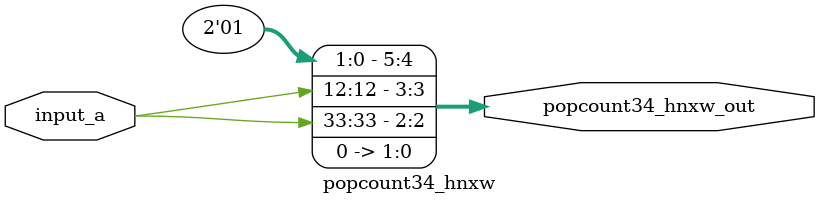
<source format=v>

module popcount34_hnxw(input [33:0] input_a, output [5:0] popcount34_hnxw_out);
  wire popcount34_hnxw_core_037;
  wire popcount34_hnxw_core_038;
  wire popcount34_hnxw_core_040;
  wire popcount34_hnxw_core_041;
  wire popcount34_hnxw_core_042;
  wire popcount34_hnxw_core_043;
  wire popcount34_hnxw_core_044;
  wire popcount34_hnxw_core_048;
  wire popcount34_hnxw_core_049;
  wire popcount34_hnxw_core_050;
  wire popcount34_hnxw_core_052;
  wire popcount34_hnxw_core_053;
  wire popcount34_hnxw_core_054;
  wire popcount34_hnxw_core_056;
  wire popcount34_hnxw_core_057;
  wire popcount34_hnxw_core_059;
  wire popcount34_hnxw_core_060;
  wire popcount34_hnxw_core_061;
  wire popcount34_hnxw_core_062;
  wire popcount34_hnxw_core_063;
  wire popcount34_hnxw_core_064;
  wire popcount34_hnxw_core_065;
  wire popcount34_hnxw_core_066;
  wire popcount34_hnxw_core_067;
  wire popcount34_hnxw_core_068;
  wire popcount34_hnxw_core_069;
  wire popcount34_hnxw_core_070;
  wire popcount34_hnxw_core_072;
  wire popcount34_hnxw_core_073;
  wire popcount34_hnxw_core_076;
  wire popcount34_hnxw_core_079;
  wire popcount34_hnxw_core_080;
  wire popcount34_hnxw_core_082;
  wire popcount34_hnxw_core_083;
  wire popcount34_hnxw_core_084;
  wire popcount34_hnxw_core_086_not;
  wire popcount34_hnxw_core_087;
  wire popcount34_hnxw_core_088_not;
  wire popcount34_hnxw_core_089;
  wire popcount34_hnxw_core_090;
  wire popcount34_hnxw_core_092;
  wire popcount34_hnxw_core_093;
  wire popcount34_hnxw_core_094;
  wire popcount34_hnxw_core_095;
  wire popcount34_hnxw_core_097;
  wire popcount34_hnxw_core_098;
  wire popcount34_hnxw_core_099;
  wire popcount34_hnxw_core_100;
  wire popcount34_hnxw_core_101;
  wire popcount34_hnxw_core_102;
  wire popcount34_hnxw_core_105;
  wire popcount34_hnxw_core_107;
  wire popcount34_hnxw_core_109;
  wire popcount34_hnxw_core_113;
  wire popcount34_hnxw_core_114;
  wire popcount34_hnxw_core_116;
  wire popcount34_hnxw_core_117;
  wire popcount34_hnxw_core_118;
  wire popcount34_hnxw_core_119;
  wire popcount34_hnxw_core_121;
  wire popcount34_hnxw_core_124;
  wire popcount34_hnxw_core_125;
  wire popcount34_hnxw_core_126;
  wire popcount34_hnxw_core_128;
  wire popcount34_hnxw_core_130;
  wire popcount34_hnxw_core_131;
  wire popcount34_hnxw_core_134;
  wire popcount34_hnxw_core_136;
  wire popcount34_hnxw_core_137;
  wire popcount34_hnxw_core_138;
  wire popcount34_hnxw_core_139;
  wire popcount34_hnxw_core_142;
  wire popcount34_hnxw_core_144;
  wire popcount34_hnxw_core_145;
  wire popcount34_hnxw_core_149;
  wire popcount34_hnxw_core_150;
  wire popcount34_hnxw_core_153;
  wire popcount34_hnxw_core_156;
  wire popcount34_hnxw_core_157;
  wire popcount34_hnxw_core_158;
  wire popcount34_hnxw_core_159;
  wire popcount34_hnxw_core_160;
  wire popcount34_hnxw_core_164;
  wire popcount34_hnxw_core_167;
  wire popcount34_hnxw_core_169_not;
  wire popcount34_hnxw_core_170;
  wire popcount34_hnxw_core_171;
  wire popcount34_hnxw_core_172;
  wire popcount34_hnxw_core_173;
  wire popcount34_hnxw_core_175;
  wire popcount34_hnxw_core_176;
  wire popcount34_hnxw_core_177;
  wire popcount34_hnxw_core_178;
  wire popcount34_hnxw_core_179;
  wire popcount34_hnxw_core_180;
  wire popcount34_hnxw_core_181;
  wire popcount34_hnxw_core_183;
  wire popcount34_hnxw_core_184;
  wire popcount34_hnxw_core_185;
  wire popcount34_hnxw_core_188;
  wire popcount34_hnxw_core_189;
  wire popcount34_hnxw_core_190;
  wire popcount34_hnxw_core_191;
  wire popcount34_hnxw_core_192;
  wire popcount34_hnxw_core_193;
  wire popcount34_hnxw_core_194;
  wire popcount34_hnxw_core_196;
  wire popcount34_hnxw_core_197;
  wire popcount34_hnxw_core_202;
  wire popcount34_hnxw_core_203;
  wire popcount34_hnxw_core_204_not;
  wire popcount34_hnxw_core_205;
  wire popcount34_hnxw_core_207;
  wire popcount34_hnxw_core_208;
  wire popcount34_hnxw_core_209;
  wire popcount34_hnxw_core_212;
  wire popcount34_hnxw_core_213;
  wire popcount34_hnxw_core_214;
  wire popcount34_hnxw_core_216;
  wire popcount34_hnxw_core_217;
  wire popcount34_hnxw_core_219;
  wire popcount34_hnxw_core_221;
  wire popcount34_hnxw_core_222;
  wire popcount34_hnxw_core_224;
  wire popcount34_hnxw_core_225;
  wire popcount34_hnxw_core_226;
  wire popcount34_hnxw_core_228;
  wire popcount34_hnxw_core_229;
  wire popcount34_hnxw_core_230;
  wire popcount34_hnxw_core_231;
  wire popcount34_hnxw_core_232;
  wire popcount34_hnxw_core_234;
  wire popcount34_hnxw_core_237;
  wire popcount34_hnxw_core_238;
  wire popcount34_hnxw_core_239;
  wire popcount34_hnxw_core_244;
  wire popcount34_hnxw_core_246;
  wire popcount34_hnxw_core_247;
  wire popcount34_hnxw_core_248;
  wire popcount34_hnxw_core_249;
  wire popcount34_hnxw_core_250;

  assign popcount34_hnxw_core_037 = ~input_a[1];
  assign popcount34_hnxw_core_038 = input_a[11] | input_a[26];
  assign popcount34_hnxw_core_040 = ~(input_a[1] | input_a[9]);
  assign popcount34_hnxw_core_041 = input_a[8] | input_a[29];
  assign popcount34_hnxw_core_042 = ~(input_a[25] | input_a[5]);
  assign popcount34_hnxw_core_043 = input_a[23] ^ input_a[6];
  assign popcount34_hnxw_core_044 = input_a[4] ^ input_a[20];
  assign popcount34_hnxw_core_048 = ~input_a[1];
  assign popcount34_hnxw_core_049 = ~input_a[31];
  assign popcount34_hnxw_core_050 = ~(input_a[8] | input_a[13]);
  assign popcount34_hnxw_core_052 = ~input_a[27];
  assign popcount34_hnxw_core_053 = input_a[25] & input_a[28];
  assign popcount34_hnxw_core_054 = input_a[28] & input_a[10];
  assign popcount34_hnxw_core_056 = ~(input_a[27] | input_a[18]);
  assign popcount34_hnxw_core_057 = ~(input_a[20] & input_a[9]);
  assign popcount34_hnxw_core_059 = ~input_a[33];
  assign popcount34_hnxw_core_060 = ~(input_a[19] | input_a[30]);
  assign popcount34_hnxw_core_061 = ~input_a[3];
  assign popcount34_hnxw_core_062 = input_a[25] & input_a[32];
  assign popcount34_hnxw_core_063 = ~(input_a[28] ^ input_a[17]);
  assign popcount34_hnxw_core_064 = input_a[7] ^ input_a[16];
  assign popcount34_hnxw_core_065 = input_a[26] | input_a[30];
  assign popcount34_hnxw_core_066 = ~(input_a[22] | input_a[28]);
  assign popcount34_hnxw_core_067 = input_a[9] ^ input_a[2];
  assign popcount34_hnxw_core_068 = input_a[32] ^ input_a[6];
  assign popcount34_hnxw_core_069 = input_a[28] ^ input_a[19];
  assign popcount34_hnxw_core_070 = ~input_a[4];
  assign popcount34_hnxw_core_072 = ~(input_a[9] ^ input_a[31]);
  assign popcount34_hnxw_core_073 = input_a[22] ^ input_a[9];
  assign popcount34_hnxw_core_076 = input_a[32] & input_a[23];
  assign popcount34_hnxw_core_079 = ~(input_a[6] & input_a[14]);
  assign popcount34_hnxw_core_080 = input_a[30] | input_a[27];
  assign popcount34_hnxw_core_082 = input_a[0] & input_a[32];
  assign popcount34_hnxw_core_083 = ~(input_a[20] ^ input_a[20]);
  assign popcount34_hnxw_core_084 = input_a[32] ^ input_a[24];
  assign popcount34_hnxw_core_086_not = ~input_a[27];
  assign popcount34_hnxw_core_087 = ~(input_a[4] | input_a[6]);
  assign popcount34_hnxw_core_088_not = ~input_a[22];
  assign popcount34_hnxw_core_089 = ~(input_a[0] & input_a[26]);
  assign popcount34_hnxw_core_090 = ~(input_a[9] | input_a[24]);
  assign popcount34_hnxw_core_092 = ~(input_a[27] | input_a[17]);
  assign popcount34_hnxw_core_093 = input_a[21] | input_a[9];
  assign popcount34_hnxw_core_094 = ~(input_a[33] & input_a[25]);
  assign popcount34_hnxw_core_095 = input_a[32] & input_a[17];
  assign popcount34_hnxw_core_097 = input_a[21] ^ input_a[33];
  assign popcount34_hnxw_core_098 = ~input_a[20];
  assign popcount34_hnxw_core_099 = input_a[19] ^ input_a[12];
  assign popcount34_hnxw_core_100 = ~(input_a[27] & input_a[30]);
  assign popcount34_hnxw_core_101 = ~input_a[33];
  assign popcount34_hnxw_core_102 = input_a[23] & input_a[13];
  assign popcount34_hnxw_core_105 = input_a[25] | input_a[27];
  assign popcount34_hnxw_core_107 = input_a[16] | input_a[27];
  assign popcount34_hnxw_core_109 = ~(input_a[17] ^ input_a[22]);
  assign popcount34_hnxw_core_113 = ~(input_a[14] & input_a[5]);
  assign popcount34_hnxw_core_114 = ~input_a[20];
  assign popcount34_hnxw_core_116 = ~(input_a[19] & input_a[22]);
  assign popcount34_hnxw_core_117 = ~(input_a[23] & input_a[26]);
  assign popcount34_hnxw_core_118 = ~(input_a[8] | input_a[18]);
  assign popcount34_hnxw_core_119 = ~(input_a[24] | input_a[29]);
  assign popcount34_hnxw_core_121 = ~(input_a[2] | input_a[11]);
  assign popcount34_hnxw_core_124 = input_a[8] | input_a[28];
  assign popcount34_hnxw_core_125 = ~(input_a[16] ^ input_a[11]);
  assign popcount34_hnxw_core_126 = ~(input_a[26] & input_a[29]);
  assign popcount34_hnxw_core_128 = ~(input_a[24] ^ input_a[2]);
  assign popcount34_hnxw_core_130 = ~(input_a[1] & input_a[20]);
  assign popcount34_hnxw_core_131 = ~(input_a[5] | input_a[14]);
  assign popcount34_hnxw_core_134 = ~(input_a[1] ^ input_a[18]);
  assign popcount34_hnxw_core_136 = input_a[9] ^ input_a[21];
  assign popcount34_hnxw_core_137 = ~(input_a[5] & input_a[4]);
  assign popcount34_hnxw_core_138 = ~(input_a[12] | input_a[25]);
  assign popcount34_hnxw_core_139 = input_a[32] | input_a[0];
  assign popcount34_hnxw_core_142 = ~(input_a[4] ^ input_a[26]);
  assign popcount34_hnxw_core_144 = ~input_a[11];
  assign popcount34_hnxw_core_145 = ~input_a[13];
  assign popcount34_hnxw_core_149 = ~(input_a[32] ^ input_a[3]);
  assign popcount34_hnxw_core_150 = ~input_a[21];
  assign popcount34_hnxw_core_153 = input_a[11] | input_a[13];
  assign popcount34_hnxw_core_156 = ~(input_a[27] & input_a[23]);
  assign popcount34_hnxw_core_157 = ~input_a[16];
  assign popcount34_hnxw_core_158 = input_a[19] ^ input_a[4];
  assign popcount34_hnxw_core_159 = ~input_a[21];
  assign popcount34_hnxw_core_160 = ~input_a[19];
  assign popcount34_hnxw_core_164 = input_a[31] ^ input_a[3];
  assign popcount34_hnxw_core_167 = ~(input_a[20] | input_a[22]);
  assign popcount34_hnxw_core_169_not = ~input_a[3];
  assign popcount34_hnxw_core_170 = ~input_a[30];
  assign popcount34_hnxw_core_171 = ~(input_a[24] | input_a[32]);
  assign popcount34_hnxw_core_172 = input_a[18] | input_a[10];
  assign popcount34_hnxw_core_173 = ~(input_a[0] | input_a[8]);
  assign popcount34_hnxw_core_175 = ~input_a[26];
  assign popcount34_hnxw_core_176 = ~input_a[27];
  assign popcount34_hnxw_core_177 = ~(input_a[33] ^ input_a[18]);
  assign popcount34_hnxw_core_178 = input_a[11] | input_a[32];
  assign popcount34_hnxw_core_179 = ~(input_a[29] & input_a[12]);
  assign popcount34_hnxw_core_180 = ~(input_a[5] & input_a[22]);
  assign popcount34_hnxw_core_181 = input_a[11] & input_a[32];
  assign popcount34_hnxw_core_183 = ~(input_a[1] | input_a[3]);
  assign popcount34_hnxw_core_184 = ~(input_a[28] & input_a[15]);
  assign popcount34_hnxw_core_185 = ~(input_a[22] ^ input_a[30]);
  assign popcount34_hnxw_core_188 = ~input_a[24];
  assign popcount34_hnxw_core_189 = ~input_a[23];
  assign popcount34_hnxw_core_190 = ~(input_a[5] & input_a[0]);
  assign popcount34_hnxw_core_191 = ~(input_a[1] & input_a[28]);
  assign popcount34_hnxw_core_192 = ~input_a[33];
  assign popcount34_hnxw_core_193 = ~(input_a[8] ^ input_a[15]);
  assign popcount34_hnxw_core_194 = input_a[6] & input_a[9];
  assign popcount34_hnxw_core_196 = input_a[8] & input_a[20];
  assign popcount34_hnxw_core_197 = ~(input_a[17] ^ input_a[7]);
  assign popcount34_hnxw_core_202 = input_a[0] | input_a[9];
  assign popcount34_hnxw_core_203 = input_a[25] ^ input_a[22];
  assign popcount34_hnxw_core_204_not = ~input_a[1];
  assign popcount34_hnxw_core_205 = ~(input_a[20] | input_a[7]);
  assign popcount34_hnxw_core_207 = input_a[4] & input_a[28];
  assign popcount34_hnxw_core_208 = ~(input_a[20] & input_a[29]);
  assign popcount34_hnxw_core_209 = input_a[29] & input_a[8];
  assign popcount34_hnxw_core_212 = input_a[30] | input_a[28];
  assign popcount34_hnxw_core_213 = ~(input_a[0] & input_a[5]);
  assign popcount34_hnxw_core_214 = input_a[21] & input_a[13];
  assign popcount34_hnxw_core_216 = ~input_a[28];
  assign popcount34_hnxw_core_217 = ~(input_a[9] ^ input_a[5]);
  assign popcount34_hnxw_core_219 = ~(input_a[0] & input_a[9]);
  assign popcount34_hnxw_core_221 = ~input_a[25];
  assign popcount34_hnxw_core_222 = input_a[22] & input_a[14];
  assign popcount34_hnxw_core_224 = ~input_a[24];
  assign popcount34_hnxw_core_225 = input_a[9] & input_a[13];
  assign popcount34_hnxw_core_226 = ~input_a[13];
  assign popcount34_hnxw_core_228 = ~(input_a[3] & input_a[9]);
  assign popcount34_hnxw_core_229 = ~(input_a[5] ^ input_a[8]);
  assign popcount34_hnxw_core_230 = ~(input_a[20] | input_a[9]);
  assign popcount34_hnxw_core_231 = input_a[13] & input_a[2];
  assign popcount34_hnxw_core_232 = ~(input_a[1] & input_a[8]);
  assign popcount34_hnxw_core_234 = ~(input_a[23] ^ input_a[0]);
  assign popcount34_hnxw_core_237 = ~(input_a[16] & input_a[22]);
  assign popcount34_hnxw_core_238 = ~(input_a[33] ^ input_a[6]);
  assign popcount34_hnxw_core_239 = ~input_a[13];
  assign popcount34_hnxw_core_244 = ~(input_a[5] & input_a[6]);
  assign popcount34_hnxw_core_246 = ~(input_a[3] ^ input_a[3]);
  assign popcount34_hnxw_core_247 = ~(input_a[22] ^ input_a[5]);
  assign popcount34_hnxw_core_248 = ~(input_a[20] | input_a[0]);
  assign popcount34_hnxw_core_249 = input_a[23] | input_a[30];
  assign popcount34_hnxw_core_250 = ~(input_a[3] ^ input_a[9]);

  assign popcount34_hnxw_out[0] = 1'b0;
  assign popcount34_hnxw_out[1] = 1'b0;
  assign popcount34_hnxw_out[2] = input_a[33];
  assign popcount34_hnxw_out[3] = input_a[12];
  assign popcount34_hnxw_out[4] = 1'b1;
  assign popcount34_hnxw_out[5] = 1'b0;
endmodule
</source>
